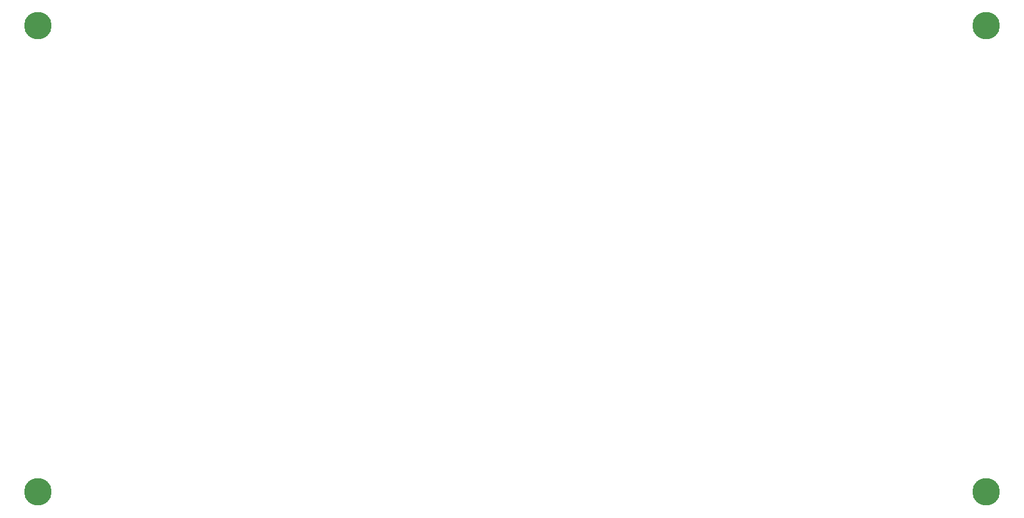
<source format=gbr>
%TF.GenerationSoftware,KiCad,Pcbnew,(5.1.10)-1*%
%TF.CreationDate,2021-07-29T20:32:36+02:00*%
%TF.ProjectId,plate,706c6174-652e-46b6-9963-61645f706362,rev?*%
%TF.SameCoordinates,Original*%
%TF.FileFunction,Soldermask,Top*%
%TF.FilePolarity,Negative*%
%FSLAX46Y46*%
G04 Gerber Fmt 4.6, Leading zero omitted, Abs format (unit mm)*
G04 Created by KiCad (PCBNEW (5.1.10)-1) date 2021-07-29 20:32:36*
%MOMM*%
%LPD*%
G01*
G04 APERTURE LIST*
%ADD10C,3.800000*%
G04 APERTURE END LIST*
D10*
%TO.C,REF\u002A\u002A*%
X196612000Y-59225000D03*
%TD*%
%TO.C,REF\u002A\u002A*%
X196612000Y-123900001D03*
%TD*%
%TO.C,REF\u002A\u002A*%
X65262000Y-123900001D03*
%TD*%
%TO.C,REF\u002A\u002A*%
X65261999Y-59225000D03*
%TD*%
M02*

</source>
